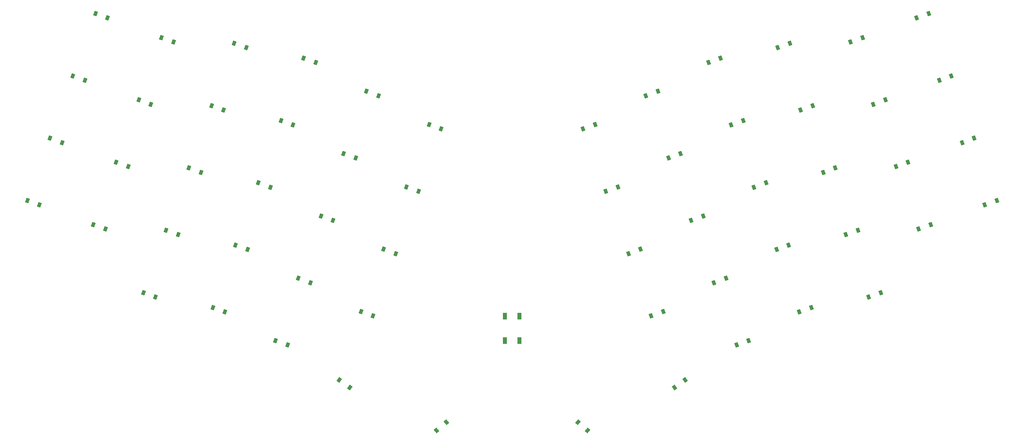
<source format=gbr>
%TF.GenerationSoftware,KiCad,Pcbnew,7.0.1-0*%
%TF.CreationDate,2023-04-16T11:56:44-05:00*%
%TF.ProjectId,tutorial,7475746f-7269-4616-9c2e-6b696361645f,v1.0.0*%
%TF.SameCoordinates,Original*%
%TF.FileFunction,Paste,Top*%
%TF.FilePolarity,Positive*%
%FSLAX46Y46*%
G04 Gerber Fmt 4.6, Leading zero omitted, Abs format (unit mm)*
G04 Created by KiCad (PCBNEW 7.0.1-0) date 2023-04-16 11:56:44*
%MOMM*%
%LPD*%
G01*
G04 APERTURE LIST*
G04 Aperture macros list*
%AMRotRect*
0 Rectangle, with rotation*
0 The origin of the aperture is its center*
0 $1 length*
0 $2 width*
0 $3 Rotation angle, in degrees counterclockwise*
0 Add horizontal line*
21,1,$1,$2,0,0,$3*%
G04 Aperture macros list end*
%ADD10R,1.100000X1.800000*%
%ADD11RotRect,0.900000X1.200000X20.000000*%
%ADD12RotRect,0.900000X1.200000X340.000000*%
%ADD13RotRect,0.900000X1.200000X40.000000*%
%ADD14RotRect,0.900000X1.200000X320.000000*%
%ADD15RotRect,0.900000X1.200000X35.000000*%
%ADD16RotRect,0.900000X1.200000X325.000000*%
G04 APERTURE END LIST*
D10*
%TO.C,B1*%
X183573329Y-173175926D03*
X183573329Y-179375926D03*
X179873329Y-173175926D03*
X179873329Y-179375926D03*
%TD*%
D11*
%TO.C,D35*%
X280024548Y-134818550D03*
X283125534Y-133689884D03*
%TD*%
D12*
%TO.C,D10*%
X93131357Y-151122556D03*
X96232343Y-152251222D03*
%TD*%
%TO.C,D25*%
X148834051Y-155966099D03*
X151935037Y-157094765D03*
%TD*%
D11*
%TO.C,D39*%
X267214316Y-152251222D03*
X270315302Y-151122556D03*
%TD*%
%TO.C,D41*%
X255585629Y-120301674D03*
X258686615Y-119173008D03*
%TD*%
%TO.C,D43*%
X255259143Y-172033128D03*
X258360129Y-170904462D03*
%TD*%
D13*
%TO.C,D29*%
X162360178Y-202442823D03*
X164888124Y-200321623D03*
%TD*%
D11*
%TO.C,D36*%
X274210197Y-118843775D03*
X277311183Y-117715109D03*
%TD*%
D12*
%TO.C,D17*%
X122529568Y-122980133D03*
X125630554Y-124108799D03*
%TD*%
%TO.C,D16*%
X116715215Y-138954912D03*
X119816201Y-140083578D03*
%TD*%
%TO.C,D26*%
X154648394Y-139991326D03*
X157749380Y-141119992D03*
%TD*%
%TO.C,D22*%
X138588985Y-131485733D03*
X141689971Y-132614399D03*
%TD*%
%TO.C,D1*%
X57592321Y-143508286D03*
X60693307Y-144636952D03*
%TD*%
D11*
%TO.C,D30*%
X302753350Y-144636956D03*
X305854336Y-143508290D03*
%TD*%
D12*
%TO.C,D21*%
X132774634Y-147460505D03*
X135875620Y-148589171D03*
%TD*%
D11*
%TO.C,D50*%
X227571039Y-148589176D03*
X230672025Y-147460510D03*
%TD*%
%TO.C,D34*%
X285838888Y-150793330D03*
X288939874Y-149664664D03*
%TD*%
%TO.C,D37*%
X268395861Y-102869004D03*
X271496847Y-101740338D03*
%TD*%
D12*
%TO.C,D2*%
X63406668Y-127533516D03*
X66507654Y-128662182D03*
%TD*%
%TO.C,D15*%
X110900875Y-154929694D03*
X114001861Y-156058360D03*
%TD*%
%TO.C,D3*%
X69221005Y-111558743D03*
X72321991Y-112687409D03*
%TD*%
D11*
%TO.C,D32*%
X291124669Y-112687410D03*
X294225655Y-111558744D03*
%TD*%
D12*
%TO.C,D12*%
X104760037Y-119173006D03*
X107861023Y-120301672D03*
%TD*%
%TO.C,D19*%
X121145958Y-179410059D03*
X124246944Y-180538725D03*
%TD*%
D11*
%TO.C,D38*%
X273028660Y-168225994D03*
X276129646Y-167097328D03*
%TD*%
%TO.C,D40*%
X261399976Y-136276451D03*
X264500962Y-135147785D03*
%TD*%
%TO.C,D56*%
X199882938Y-125145221D03*
X202983924Y-124016555D03*
%TD*%
%TO.C,D33*%
X285310328Y-96712629D03*
X288411314Y-95583963D03*
%TD*%
%TO.C,D46*%
X237816114Y-124108802D03*
X240917100Y-122980136D03*
%TD*%
%TO.C,D47*%
X232001778Y-108134023D03*
X235102764Y-107005357D03*
%TD*%
D12*
%TO.C,D20*%
X126960285Y-163435280D03*
X130061271Y-164563946D03*
%TD*%
D11*
%TO.C,D31*%
X296939002Y-128662177D03*
X300039988Y-127533511D03*
%TD*%
%TO.C,D45*%
X243630460Y-140083579D03*
X246731446Y-138954913D03*
%TD*%
D12*
%TO.C,D18*%
X128343903Y-107005368D03*
X131444889Y-108134034D03*
%TD*%
D11*
%TO.C,D42*%
X249771294Y-104326897D03*
X252872280Y-103198231D03*
%TD*%
D14*
%TO.C,D58*%
X198558530Y-200321620D03*
X201086476Y-202442820D03*
%TD*%
D12*
%TO.C,D11*%
X98945699Y-135147785D03*
X102046685Y-136276451D03*
%TD*%
%TO.C,D24*%
X143019709Y-171940870D03*
X146120695Y-173069536D03*
%TD*%
D11*
%TO.C,D44*%
X249444794Y-156058352D03*
X252545780Y-154929686D03*
%TD*%
D12*
%TO.C,D5*%
X74506791Y-149664662D03*
X77607777Y-150793328D03*
%TD*%
%TO.C,D7*%
X86135477Y-117715111D03*
X89236463Y-118843777D03*
%TD*%
D11*
%TO.C,D54*%
X211511624Y-157094768D03*
X214612610Y-155966102D03*
%TD*%
%TO.C,D49*%
X233385383Y-164563950D03*
X236486369Y-163435284D03*
%TD*%
%TO.C,D53*%
X217325962Y-173069546D03*
X220426948Y-171940880D03*
%TD*%
D12*
%TO.C,D23*%
X144403315Y-115510958D03*
X147504301Y-116639624D03*
%TD*%
%TO.C,D4*%
X75035347Y-95583971D03*
X78136333Y-96712637D03*
%TD*%
D11*
%TO.C,D52*%
X215942353Y-116639624D03*
X219043339Y-115510958D03*
%TD*%
%TO.C,D55*%
X205697287Y-141119986D03*
X208798273Y-139991320D03*
%TD*%
D12*
%TO.C,D13*%
X110574383Y-103198230D03*
X113675369Y-104326896D03*
%TD*%
%TO.C,D14*%
X105086532Y-170904457D03*
X108187518Y-172033123D03*
%TD*%
D11*
%TO.C,D48*%
X239199718Y-180538715D03*
X242300704Y-179410049D03*
%TD*%
D15*
%TO.C,D57*%
X223301634Y-191387104D03*
X226004836Y-189494302D03*
%TD*%
D12*
%TO.C,D6*%
X80321137Y-133689878D03*
X83422123Y-134818544D03*
%TD*%
D11*
%TO.C,D51*%
X221756696Y-132614393D03*
X224857682Y-131485727D03*
%TD*%
D12*
%TO.C,D27*%
X160462734Y-124016552D03*
X163563720Y-125145218D03*
%TD*%
D16*
%TO.C,D28*%
X137441821Y-189494301D03*
X140145023Y-191387103D03*
%TD*%
D12*
%TO.C,D9*%
X87317013Y-167097325D03*
X90417999Y-168225991D03*
%TD*%
%TO.C,D8*%
X91949813Y-101740336D03*
X95050799Y-102869002D03*
%TD*%
M02*

</source>
